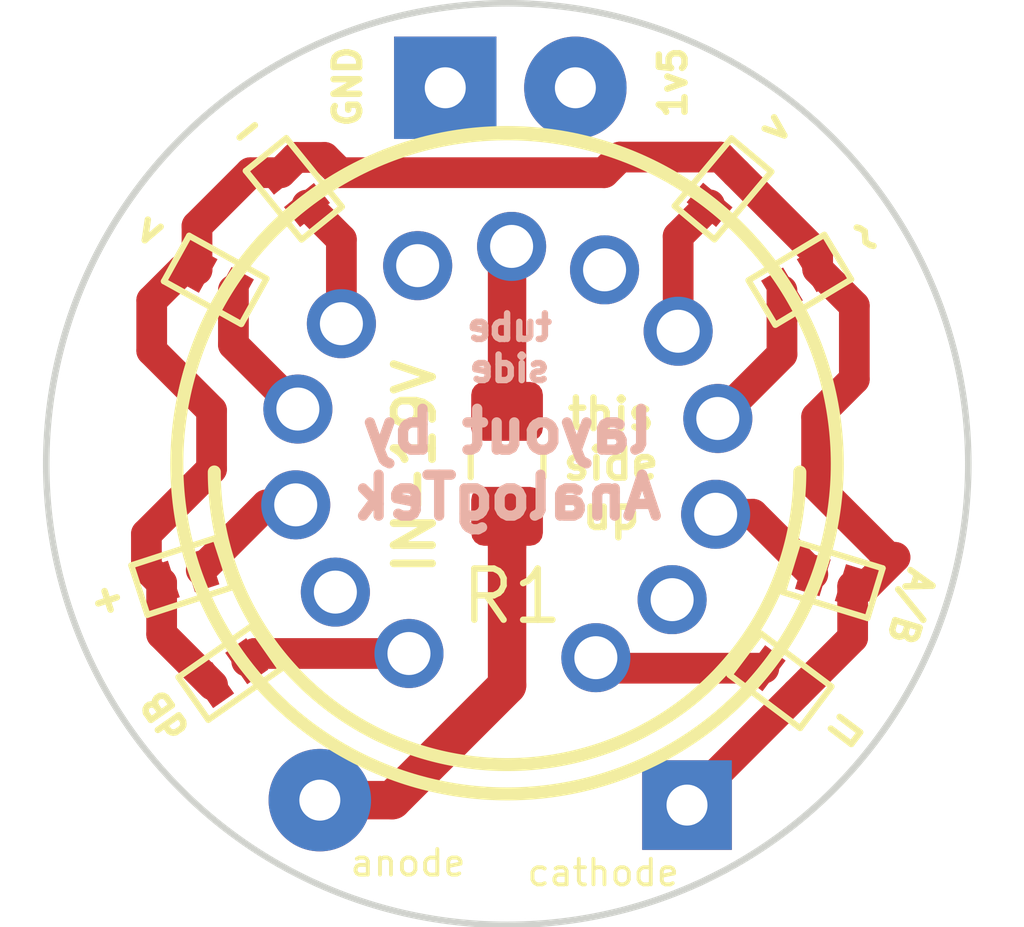
<source format=kicad_pcb>
(kicad_pcb (version 20171130) (host pcbnew "(5.1.5)-2")

  (general
    (thickness 1.6)
    (drawings 5)
    (tracks 57)
    (zones 0)
    (modules 16)
    (nets 14)
  )

  (page A4)
  (layers
    (0 F.Cu signal)
    (31 B.Cu signal)
    (32 B.Adhes user)
    (33 F.Adhes user)
    (34 B.Paste user)
    (35 F.Paste user)
    (36 B.SilkS user)
    (37 F.SilkS user)
    (38 B.Mask user)
    (39 F.Mask user)
    (40 Dwgs.User user)
    (41 Cmts.User user)
    (42 Eco1.User user)
    (43 Eco2.User user)
    (44 Edge.Cuts user)
    (45 Margin user)
    (46 B.CrtYd user)
    (47 F.CrtYd user)
    (48 B.Fab user)
    (49 F.Fab user hide)
  )

  (setup
    (last_trace_width 0.6)
    (user_trace_width 0.5)
    (user_trace_width 0.6)
    (user_trace_width 0.75)
    (trace_clearance 0.2)
    (zone_clearance 0.508)
    (zone_45_only no)
    (trace_min 0.2)
    (via_size 0.8)
    (via_drill 0.4)
    (via_min_size 0.4)
    (via_min_drill 0.3)
    (uvia_size 0.3)
    (uvia_drill 0.1)
    (uvias_allowed no)
    (uvia_min_size 0.2)
    (uvia_min_drill 0.1)
    (edge_width 0.05)
    (segment_width 0.2)
    (pcb_text_width 0.3)
    (pcb_text_size 1.5 1.5)
    (mod_edge_width 0.12)
    (mod_text_size 1 1)
    (mod_text_width 0.15)
    (pad_size 1.75 1.75)
    (pad_drill 0.8001)
    (pad_to_mask_clearance 0.051)
    (solder_mask_min_width 0.25)
    (aux_axis_origin 0 0)
    (grid_origin 99.71786 112.34166)
    (visible_elements 7FFFFFFF)
    (pcbplotparams
      (layerselection 0x010fc_ffffffff)
      (usegerberextensions false)
      (usegerberattributes false)
      (usegerberadvancedattributes false)
      (creategerberjobfile false)
      (excludeedgelayer true)
      (linewidth 0.100000)
      (plotframeref false)
      (viasonmask false)
      (mode 1)
      (useauxorigin false)
      (hpglpennumber 1)
      (hpglpenspeed 20)
      (hpglpendiameter 15.000000)
      (psnegative false)
      (psa4output false)
      (plotreference true)
      (plotvalue true)
      (plotinvisibletext false)
      (padsonsilk false)
      (subtractmaskfromsilk false)
      (outputformat 1)
      (mirror false)
      (drillshape 1)
      (scaleselection 1)
      (outputdirectory ""))
  )

  (net 0 "")
  (net 1 "Net-(J1-Pad1)")
  (net 2 "Net-(N1-Pad8)")
  (net 3 "Net-(N1-Pad14)")
  (net 4 "Net-(N1-Pad12)")
  (net 5 "Net-(N1-Pad11)")
  (net 6 "Net-(N1-Pad10)")
  (net 7 "Net-(N1-Pad6)")
  (net 8 "Net-(N1-Pad5)")
  (net 9 "Net-(N1-Pad4)")
  (net 10 "Net-(N1-Pad2)")
  (net 11 "Net-(J2-Pad1)")
  (net 12 "Net-(J3-Pad1)")
  (net 13 "Net-(J4-Pad1)")

  (net_class Default "This is the default net class."
    (clearance 0.2)
    (trace_width 0.25)
    (via_dia 0.8)
    (via_drill 0.4)
    (uvia_dia 0.3)
    (uvia_drill 0.1)
    (add_net "Net-(J1-Pad1)")
    (add_net "Net-(J2-Pad1)")
    (add_net "Net-(J3-Pad1)")
    (add_net "Net-(J4-Pad1)")
    (add_net "Net-(N1-Pad10)")
    (add_net "Net-(N1-Pad11)")
    (add_net "Net-(N1-Pad12)")
    (add_net "Net-(N1-Pad14)")
    (add_net "Net-(N1-Pad2)")
    (add_net "Net-(N1-Pad4)")
    (add_net "Net-(N1-Pad5)")
    (add_net "Net-(N1-Pad6)")
    (add_net "Net-(N1-Pad8)")
  )

  (module MountingHole:MountingHole_2.1mm (layer F.Cu) (tedit 5FB0728C) (tstamp 5FB0D799)
    (at 60.47232 110.49)
    (descr "Mounting Hole 2.1mm, no annular")
    (tags "mounting hole 2.1mm no annular")
    (attr virtual)
    (fp_text reference REF** (at -0.01016 -1.31064) (layer F.SilkS) hide
      (effects (font (size 0.25 0.25) (thickness 0.0625)))
    )
    (fp_text value MountingHole_2.1mm (at 0 3.2) (layer F.Fab)
      (effects (font (size 1 1) (thickness 0.15)))
    )
    (fp_text user %R (at 0.3 0) (layer F.Fab)
      (effects (font (size 1 1) (thickness 0.15)))
    )
    (fp_circle (center 0 0) (end 2.1 0) (layer Cmts.User) (width 0.15))
    (fp_circle (center 0 0) (end 2.35 0) (layer F.CrtYd) (width 0.05))
    (pad "" np_thru_hole circle (at 0 0) (size 1.5 1.5) (drill 1.5) (layers *.Cu *.Mask))
  )

  (module MountingHole:MountingHole_2.1mm (layer F.Cu) (tedit 5FB0728C) (tstamp 5FB0D799)
    (at 75.52182 110.49762)
    (descr "Mounting Hole 2.1mm, no annular")
    (tags "mounting hole 2.1mm no annular")
    (attr virtual)
    (fp_text reference REF** (at 0.00254 -1.35636) (layer F.SilkS) hide
      (effects (font (size 0.25 0.25) (thickness 0.0625)))
    )
    (fp_text value MountingHole_2.1mm (at 0 3.2) (layer F.Fab)
      (effects (font (size 1 1) (thickness 0.15)))
    )
    (fp_text user %R (at 0.3 0) (layer F.Fab)
      (effects (font (size 1 1) (thickness 0.15)))
    )
    (fp_circle (center 0 0) (end 2.1 0) (layer Cmts.User) (width 0.15))
    (fp_circle (center 0 0) (end 2.35 0) (layer F.CrtYd) (width 0.05))
    (pad "" np_thru_hole circle (at 0 0) (size 1.5 1.5) (drill 1.5) (layers *.Cu *.Mask))
  )

  (module "USB Micro numitronWatch:SolderJumper-2-NixieNecklace" (layer F.Cu) (tedit 5FB062B3) (tstamp 5FB08792)
    (at 73.530749 114.868672 323)
    (descr "SMD Solder Jumper, 1x1.5mm Pads, 0.3mm gap, open")
    (tags "solder jumper open")
    (attr virtual)
    (fp_text reference Π (at 1.344197 0.036976 233 unlocked) (layer F.SilkS)
      (effects (font (size 0.5 0.5) (thickness 0.125)))
    )
    (fp_text value "SolderJumper-2 nixieNecklace" (at -0.000001 1.9 143) (layer F.Fab)
      (effects (font (size 1 1) (thickness 0.15)))
    )
    (fp_line (start -1.2954 0.762) (end 0.8382 0.762) (layer F.CrtYd) (width 0.05))
    (fp_line (start 0.8382 -0.6858) (end 0.8382 0.762) (layer F.CrtYd) (width 0.05))
    (fp_line (start 0.635 0.5334) (end 0.635 -0.4826) (layer F.SilkS) (width 0.12))
    (fp_line (start 0.635 -0.4826) (end -1.0728 -0.4826) (layer F.SilkS) (width 0.12))
    (fp_line (start -1.0922 0.5334) (end -1.0922 -0.4826) (layer F.SilkS) (width 0.12))
    (fp_line (start 0.635 0.5334) (end -1.0668 0.5334) (layer F.SilkS) (width 0.12))
    (fp_line (start -1.2954 -0.6858) (end 0.8382 -0.6858) (layer F.CrtYd) (width 0.05))
    (fp_line (start -1.2954 -0.6858) (end -1.2954 0.762) (layer F.CrtYd) (width 0.05))
    (pad 2 smd rect (at 0.1778 0.0254 323) (size 0.5 0.75) (layers F.Cu F.Mask)
      (net 11 "Net-(J2-Pad1)"))
    (pad 1 smd rect (at -0.635 0.0254 323) (size 0.5 0.75) (layers F.Cu F.Mask)
      (net 10 "Net-(N1-Pad2)"))
  )

  (module "USB Micro numitronWatch:SolderJumper-2-NixieNecklace" (layer F.Cu) (tedit 5FB062B3) (tstamp 5FB04BFF)
    (at 74.57948 112.830686 343)
    (descr "SMD Solder Jumper, 1x1.5mm Pads, 0.3mm gap, open")
    (tags "solder jumper open")
    (attr virtual)
    (fp_text reference A/B (at 1.389419 0.070487 253 unlocked) (layer F.SilkS)
      (effects (font (size 0.5 0.5) (thickness 0.125)))
    )
    (fp_text value "SolderJumper-2 nixieNecklace" (at 0 1.9 163) (layer F.Fab)
      (effects (font (size 1 1) (thickness 0.15)))
    )
    (fp_line (start -1.2954 0.762) (end 0.8382 0.762) (layer F.CrtYd) (width 0.05))
    (fp_line (start 0.8382 -0.6858) (end 0.8382 0.762) (layer F.CrtYd) (width 0.05))
    (fp_line (start 0.635 0.5334) (end 0.635 -0.4826) (layer F.SilkS) (width 0.12))
    (fp_line (start 0.635 -0.4826) (end -1.0728 -0.4826) (layer F.SilkS) (width 0.12))
    (fp_line (start -1.0922 0.5334) (end -1.0922 -0.4826) (layer F.SilkS) (width 0.12))
    (fp_line (start 0.635 0.5334) (end -1.0668 0.5334) (layer F.SilkS) (width 0.12))
    (fp_line (start -1.2954 -0.6858) (end 0.8382 -0.6858) (layer F.CrtYd) (width 0.05))
    (fp_line (start -1.2954 -0.6858) (end -1.2954 0.762) (layer F.CrtYd) (width 0.05))
    (pad 2 smd rect (at 0.1778 0.0254 343) (size 0.5 0.75) (layers F.Cu F.Mask)
      (net 11 "Net-(J2-Pad1)"))
    (pad 1 smd rect (at -0.635 0.0254 343) (size 0.5 0.75) (layers F.Cu F.Mask)
      (net 9 "Net-(N1-Pad4)"))
  )

  (module "USB Micro numitronWatch:SolderJumper-2-NixieNecklace" (layer F.Cu) (tedit 5FB062B3) (tstamp 5FB0847B)
    (at 63.670894 104.982501 129)
    (descr "SMD Solder Jumper, 1x1.5mm Pads, 0.3mm gap, open")
    (tags "solder jumper open")
    (attr virtual)
    (fp_text reference - (at 1.250854 0.0254 219) (layer F.SilkS)
      (effects (font (size 0.5 0.5) (thickness 0.125)))
    )
    (fp_text value "SolderJumper-2 nixieNecklace" (at 0 1.9 129) (layer F.Fab)
      (effects (font (size 1 1) (thickness 0.15)))
    )
    (fp_line (start -1.2954 0.762) (end 0.8382 0.762) (layer F.CrtYd) (width 0.05))
    (fp_line (start 0.8382 -0.6858) (end 0.8382 0.762) (layer F.CrtYd) (width 0.05))
    (fp_line (start 0.635 0.5334) (end 0.635 -0.4826) (layer F.SilkS) (width 0.12))
    (fp_line (start 0.635 -0.4826) (end -1.0728 -0.4826) (layer F.SilkS) (width 0.12))
    (fp_line (start -1.0922 0.5334) (end -1.0922 -0.4826) (layer F.SilkS) (width 0.12))
    (fp_line (start 0.635 0.5334) (end -1.0668 0.5334) (layer F.SilkS) (width 0.12))
    (fp_line (start -1.2954 -0.6858) (end 0.8382 -0.6858) (layer F.CrtYd) (width 0.05))
    (fp_line (start -1.2954 -0.6858) (end -1.2954 0.762) (layer F.CrtYd) (width 0.05))
    (pad 2 smd rect (at 0.1778 0.0254 129) (size 0.5 0.75) (layers F.Cu F.Mask)
      (net 11 "Net-(J2-Pad1)"))
    (pad 1 smd rect (at -0.635 0.0254 129) (size 0.5 0.75) (layers F.Cu F.Mask)
      (net 6 "Net-(N1-Pad10)"))
  )

  (module "USB Micro numitronWatch:SolderJumper-2-NixieNecklace" (layer F.Cu) (tedit 5FB062B3) (tstamp 5FB05013)
    (at 73.89368 106.7816 31)
    (descr "SMD Solder Jumper, 1x1.5mm Pads, 0.3mm gap, open")
    (tags "solder jumper open")
    (attr virtual)
    (fp_text reference ~~~ (at 1.32582 -0.016181 121) (layer F.SilkS)
      (effects (font (size 1 1) (thickness 0.125)))
    )
    (fp_text value "SolderJumper-2 nixieNecklace" (at 0 1.9 31) (layer F.Fab)
      (effects (font (size 1 1) (thickness 0.15)))
    )
    (fp_line (start -1.2954 0.762) (end 0.8382 0.762) (layer F.CrtYd) (width 0.05))
    (fp_line (start 0.8382 -0.6858) (end 0.8382 0.762) (layer F.CrtYd) (width 0.05))
    (fp_line (start 0.635 0.5334) (end 0.635 -0.4826) (layer F.SilkS) (width 0.12))
    (fp_line (start 0.635 -0.4826) (end -1.0728 -0.4826) (layer F.SilkS) (width 0.12))
    (fp_line (start -1.0922 0.5334) (end -1.0922 -0.4826) (layer F.SilkS) (width 0.12))
    (fp_line (start 0.635 0.5334) (end -1.0668 0.5334) (layer F.SilkS) (width 0.12))
    (fp_line (start -1.2954 -0.6858) (end 0.8382 -0.6858) (layer F.CrtYd) (width 0.05))
    (fp_line (start -1.2954 -0.6858) (end -1.2954 0.762) (layer F.CrtYd) (width 0.05))
    (pad 2 smd rect (at 0.1778 0.0254 31) (size 0.5 0.75) (layers F.Cu F.Mask)
      (net 11 "Net-(J2-Pad1)"))
    (pad 1 smd rect (at -0.635 0.0254 31) (size 0.5 0.75) (layers F.Cu F.Mask)
      (net 8 "Net-(N1-Pad5)"))
  )

  (module "USB Micro numitronWatch:SolderJumper-2-NixieNecklace" (layer F.Cu) (tedit 5FB062B3) (tstamp 5FB08DD4)
    (at 72.338003 104.953483 50)
    (descr "SMD Solder Jumper, 1x1.5mm Pads, 0.3mm gap, open")
    (tags "solder jumper open")
    (attr virtual)
    (fp_text reference < (at 1.306994 0.081471 140 unlocked) (layer F.SilkS)
      (effects (font (size 0.5 0.5) (thickness 0.125)))
    )
    (fp_text value "SolderJumper-2 nixieNecklace" (at 0 1.9 50) (layer F.Fab)
      (effects (font (size 1 1) (thickness 0.15)))
    )
    (fp_line (start -1.2954 0.762) (end 0.8382 0.762) (layer F.CrtYd) (width 0.05))
    (fp_line (start 0.8382 -0.6858) (end 0.8382 0.762) (layer F.CrtYd) (width 0.05))
    (fp_line (start 0.635 0.5334) (end 0.635 -0.4826) (layer F.SilkS) (width 0.12))
    (fp_line (start 0.635 -0.4826) (end -1.0728 -0.4826) (layer F.SilkS) (width 0.12))
    (fp_line (start -1.0922 0.5334) (end -1.0922 -0.4826) (layer F.SilkS) (width 0.12))
    (fp_line (start 0.635 0.5334) (end -1.0668 0.5334) (layer F.SilkS) (width 0.12))
    (fp_line (start -1.2954 -0.6858) (end 0.8382 -0.6858) (layer F.CrtYd) (width 0.05))
    (fp_line (start -1.2954 -0.6858) (end -1.2954 0.762) (layer F.CrtYd) (width 0.05))
    (pad 2 smd rect (at 0.1778 0.0254 50) (size 0.5 0.75) (layers F.Cu F.Mask)
      (net 11 "Net-(J2-Pad1)"))
    (pad 1 smd rect (at -0.635 0.0254 50) (size 0.5 0.75) (layers F.Cu F.Mask)
      (net 7 "Net-(N1-Pad6)"))
  )

  (module "USB Micro numitronWatch:SolderJumper-2-NixieNecklace" (layer F.Cu) (tedit 5FB062B3) (tstamp 5FB0903A)
    (at 62.086173 106.834134 151)
    (descr "SMD Solder Jumper, 1x1.5mm Pads, 0.3mm gap, open")
    (tags "solder jumper open")
    (attr virtual)
    (fp_text reference > (at 1.314888 0.227065 241 unlocked) (layer F.SilkS)
      (effects (font (size 0.5 0.5) (thickness 0.125)))
    )
    (fp_text value "SolderJumper-2 nixieNecklace" (at 0 1.9 151) (layer F.Fab)
      (effects (font (size 1 1) (thickness 0.15)))
    )
    (fp_line (start -1.2954 0.762) (end 0.8382 0.762) (layer F.CrtYd) (width 0.05))
    (fp_line (start 0.8382 -0.6858) (end 0.8382 0.762) (layer F.CrtYd) (width 0.05))
    (fp_line (start 0.635 0.5334) (end 0.635 -0.4826) (layer F.SilkS) (width 0.12))
    (fp_line (start 0.635 -0.4826) (end -1.0728 -0.4826) (layer F.SilkS) (width 0.12))
    (fp_line (start -1.0922 0.5334) (end -1.0922 -0.4826) (layer F.SilkS) (width 0.12))
    (fp_line (start 0.635 0.5334) (end -1.0668 0.5334) (layer F.SilkS) (width 0.12))
    (fp_line (start -1.2954 -0.6858) (end 0.8382 -0.6858) (layer F.CrtYd) (width 0.05))
    (fp_line (start -1.2954 -0.6858) (end -1.2954 0.762) (layer F.CrtYd) (width 0.05))
    (pad 2 smd rect (at 0.1778 0.0254 151) (size 0.5 0.75) (layers F.Cu F.Mask)
      (net 11 "Net-(J2-Pad1)"))
    (pad 1 smd rect (at -0.635 0.0254 151) (size 0.5 0.75) (layers F.Cu F.Mask)
      (net 5 "Net-(N1-Pad11)"))
  )

  (module "USB Micro numitronWatch:SolderJumper-2-NixieNecklace" (layer F.Cu) (tedit 5FB062B3) (tstamp 5FB09054)
    (at 61.4299 112.80902 198)
    (descr "SMD Solder Jumper, 1x1.5mm Pads, 0.3mm gap, open")
    (tags "solder jumper open")
    (attr virtual)
    (fp_text reference + (at 1.253087 0.02601 288) (layer F.SilkS)
      (effects (font (size 0.5 0.5) (thickness 0.125)))
    )
    (fp_text value "SolderJumper-2 nixieNecklace" (at 0 1.9 18) (layer F.Fab)
      (effects (font (size 1 1) (thickness 0.15)))
    )
    (fp_line (start -1.2954 0.762) (end 0.8382 0.762) (layer F.CrtYd) (width 0.05))
    (fp_line (start 0.8382 -0.6858) (end 0.8382 0.762) (layer F.CrtYd) (width 0.05))
    (fp_line (start 0.635 0.5334) (end 0.635 -0.4826) (layer F.SilkS) (width 0.12))
    (fp_line (start 0.635 -0.4826) (end -1.0728 -0.4826) (layer F.SilkS) (width 0.12))
    (fp_line (start -1.0922 0.5334) (end -1.0922 -0.4826) (layer F.SilkS) (width 0.12))
    (fp_line (start 0.635 0.5334) (end -1.0668 0.5334) (layer F.SilkS) (width 0.12))
    (fp_line (start -1.2954 -0.6858) (end 0.8382 -0.6858) (layer F.CrtYd) (width 0.05))
    (fp_line (start -1.2954 -0.6858) (end -1.2954 0.762) (layer F.CrtYd) (width 0.05))
    (pad 2 smd rect (at 0.1778 0.0254 198) (size 0.5 0.75) (layers F.Cu F.Mask)
      (net 11 "Net-(J2-Pad1)"))
    (pad 1 smd rect (at -0.635 0.0254 198) (size 0.5 0.75) (layers F.Cu F.Mask)
      (net 4 "Net-(N1-Pad12)"))
  )

  (module "USB Micro numitronWatch:SolderJumper-2-NixieNecklace" (layer F.Cu) (tedit 5FB062B3) (tstamp 5FB0906E)
    (at 62.4078 114.75466 215)
    (descr "SMD Solder Jumper, 1x1.5mm Pads, 0.3mm gap, open")
    (tags "solder jumper open")
    (attr virtual)
    (fp_text reference dB (at 1.280639 0.063146 125 unlocked) (layer F.SilkS)
      (effects (font (size 0.5 0.5) (thickness 0.125)))
    )
    (fp_text value "SolderJumper-2 nixieNecklace" (at 0.000001 1.9 35) (layer F.Fab)
      (effects (font (size 1 1) (thickness 0.15)))
    )
    (fp_line (start -1.2954 0.762) (end 0.8382 0.762) (layer F.CrtYd) (width 0.05))
    (fp_line (start 0.8382 -0.6858) (end 0.8382 0.762) (layer F.CrtYd) (width 0.05))
    (fp_line (start 0.635 0.5334) (end 0.635 -0.4826) (layer F.SilkS) (width 0.12))
    (fp_line (start 0.635 -0.4826) (end -1.0728 -0.4826) (layer F.SilkS) (width 0.12))
    (fp_line (start -1.0922 0.5334) (end -1.0922 -0.4826) (layer F.SilkS) (width 0.12))
    (fp_line (start 0.635 0.5334) (end -1.0668 0.5334) (layer F.SilkS) (width 0.12))
    (fp_line (start -1.2954 -0.6858) (end 0.8382 -0.6858) (layer F.CrtYd) (width 0.05))
    (fp_line (start -1.2954 -0.6858) (end -1.2954 0.762) (layer F.CrtYd) (width 0.05))
    (pad 2 smd rect (at 0.1778 0.0254 215) (size 0.5 0.75) (layers F.Cu F.Mask)
      (net 11 "Net-(J2-Pad1)"))
    (pad 1 smd rect (at -0.635 0.0254 215) (size 0.5 0.75) (layers F.Cu F.Mask)
      (net 3 "Net-(N1-Pad14)"))
  )

  (module Connector_Wire:SolderWirePad_1x01_Drill0.8mm (layer F.Cu) (tedit 5FB02632) (tstamp 5FAFBE4C)
    (at 71.50862 117.18036)
    (descr "Wire solder connection")
    (tags connector)
    (path /5FAF8C0E)
    (attr virtual)
    (fp_text reference cathode (at -1.63576 1.3208 180) (layer F.SilkS)
      (effects (font (size 0.5 0.5) (thickness 0.075)))
    )
    (fp_text value cathode (at 0 2.54) (layer F.Fab)
      (effects (font (size 1 1) (thickness 0.15)))
    )
    (fp_line (start 1.5 1.5) (end -1.5 1.5) (layer F.CrtYd) (width 0.05))
    (fp_line (start 1.5 1.5) (end 1.5 -1.5) (layer F.CrtYd) (width 0.05))
    (fp_line (start -1.5 -1.5) (end -1.5 1.5) (layer F.CrtYd) (width 0.05))
    (fp_line (start -1.5 -1.5) (end 1.5 -1.5) (layer F.CrtYd) (width 0.05))
    (fp_text user %R (at 0 0) (layer F.Fab)
      (effects (font (size 1 1) (thickness 0.15)))
    )
    (pad 1 thru_hole rect (at 0 0) (size 1.75 1.75) (drill 0.8001) (layers *.Cu *.Mask)
      (net 11 "Net-(J2-Pad1)"))
  )

  (module Connector_Wire:SolderWirePad_1x01_Drill0.8mm (layer F.Cu) (tedit 5FB01FF2) (tstamp 5FAFB9B4)
    (at 66.7893 103.16972)
    (descr "Wire solder connection")
    (tags connector)
    (path /5FAF8467)
    (attr virtual)
    (fp_text reference GND (at -1.905 -0.0254 90) (layer F.SilkS)
      (effects (font (size 0.5 0.5) (thickness 0.125)))
    )
    (fp_text value GND (at 0 2.54) (layer F.Fab)
      (effects (font (size 1 1) (thickness 0.15)))
    )
    (fp_line (start 1.5 1.5) (end -1.5 1.5) (layer F.CrtYd) (width 0.05))
    (fp_line (start 1.5 1.5) (end 1.5 -1.5) (layer F.CrtYd) (width 0.05))
    (fp_line (start -1.5 -1.5) (end -1.5 1.5) (layer F.CrtYd) (width 0.05))
    (fp_line (start -1.5 -1.5) (end 1.5 -1.5) (layer F.CrtYd) (width 0.05))
    (fp_text user %R (at 0 0) (layer F.Fab)
      (effects (font (size 1 1) (thickness 0.15)))
    )
    (pad 1 thru_hole rect (at 0 0) (size 1.99898 1.99898) (drill 0.8001) (layers *.Cu *.Mask)
      (net 13 "Net-(J4-Pad1)"))
  )

  (module Connector_Wire:SolderWirePad_1x01_Drill0.8mm (layer F.Cu) (tedit 5FB01FF7) (tstamp 5FAFB9AA)
    (at 69.3293 103.16972)
    (descr "Wire solder connection")
    (tags connector)
    (path /5FAF86E0)
    (attr virtual)
    (fp_text reference 1v5 (at 1.905 -0.1016 90) (layer F.SilkS)
      (effects (font (size 0.5 0.5) (thickness 0.125)))
    )
    (fp_text value 1v5 (at 0 2.54) (layer F.Fab)
      (effects (font (size 1 1) (thickness 0.15)))
    )
    (fp_line (start 1.5 1.5) (end -1.5 1.5) (layer F.CrtYd) (width 0.05))
    (fp_line (start 1.5 1.5) (end 1.5 -1.5) (layer F.CrtYd) (width 0.05))
    (fp_line (start -1.5 -1.5) (end -1.5 1.5) (layer F.CrtYd) (width 0.05))
    (fp_line (start -1.5 -1.5) (end 1.5 -1.5) (layer F.CrtYd) (width 0.05))
    (fp_text user %R (at 0 0) (layer F.Fab)
      (effects (font (size 1 1) (thickness 0.15)))
    )
    (pad 1 thru_hole circle (at 0 0) (size 1.99898 1.99898) (drill 0.8001) (layers *.Cu *.Mask)
      (net 12 "Net-(J3-Pad1)"))
  )

  (module nixies-us:IN-19 (layer F.Cu) (tedit 0) (tstamp 5FB08453)
    (at 67.9958 110.5154)
    (path /5FAF5585)
    (fp_text reference N1 (at 2.0828 0.4826 90) (layer F.SilkS) hide
      (effects (font (size 0.5 0.5) (thickness 0.1016)) (justify left bottom))
    )
    (fp_text value IN-19V (at -1.8034 0.0508 90) (layer F.SilkS)
      (effects (font (size 0.75 0.75) (thickness 0.15)))
    )
    (fp_circle (center 0 0) (end 6.4465 0) (layer F.SilkS) (width 0.254))
    (fp_circle (center -0.0058 -0.0428) (end 6.4699 -0.0428) (layer F.SilkS) (width 0.16))
    (fp_arc (start 0 0.158799) (end -5.715 0.1588) (angle -180) (layer F.SilkS) (width 0.254))
    (fp_arc (start 0 0.158799) (end -5.715 0.1588) (angle -180) (layer F.SilkS) (width 0.16))
    (pad 14 thru_hole circle (at -1.915 3.7041 333) (size 1.348 1.348) (drill 0.84) (layers *.Cu *.Mask)
      (net 3 "Net-(N1-Pad14)") (solder_mask_margin 0.1016))
    (pad 13 thru_hole circle (at -3.3517 2.5047 333) (size 1.348 1.348) (drill 0.84) (layers *.Cu *.Mask)
      (solder_mask_margin 0.1016))
    (pad 12 thru_hole circle (at -4.1256 0.8007 333) (size 1.348 1.348) (drill 0.84) (layers *.Cu *.Mask)
      (net 4 "Net-(N1-Pad12)") (solder_mask_margin 0.1016))
    (pad 11 thru_hole circle (at -4.0837 -1.0703 333) (size 1.348 1.348) (drill 0.84) (layers *.Cu *.Mask)
      (net 5 "Net-(N1-Pad11)") (solder_mask_margin 0.1016))
    (pad 10 thru_hole circle (at -3.234 -2.7379 333) (size 1.348 1.348) (drill 0.84) (layers *.Cu *.Mask)
      (net 6 "Net-(N1-Pad10)") (solder_mask_margin 0.1016))
    (pad 9 thru_hole circle (at -1.745 -3.8716 333) (size 1.348 1.348) (drill 0.84) (layers *.Cu *.Mask)
      (solder_mask_margin 0.1016))
    (pad 8 thru_hole circle (at 0.0886 -4.2471 333) (size 1.348 1.348) (drill 0.84) (layers *.Cu *.Mask)
      (net 2 "Net-(N1-Pad8)") (solder_mask_margin 0.1016))
    (pad 7 thru_hole circle (at 1.9034 -3.7897 333) (size 1.348 1.348) (drill 0.84) (layers *.Cu *.Mask)
      (solder_mask_margin 0.1016))
    (pad 6 thru_hole circle (at 3.34 -2.5904 333) (size 1.348 1.348) (drill 0.84) (layers *.Cu *.Mask)
      (net 7 "Net-(N1-Pad6)") (solder_mask_margin 0.1016))
    (pad 5 thru_hole circle (at 4.114 -0.8863 333) (size 1.348 1.348) (drill 0.84) (layers *.Cu *.Mask)
      (net 8 "Net-(N1-Pad5)") (solder_mask_margin 0.1016))
    (pad 4 thru_hole circle (at 4.0721 0.9847 333) (size 1.348 1.348) (drill 0.84) (layers *.Cu *.Mask)
      (net 9 "Net-(N1-Pad4)") (solder_mask_margin 0.1016))
    (pad 3 thru_hole circle (at 3.2224 2.6523 333) (size 1.348 1.348) (drill 0.84) (layers *.Cu *.Mask)
      (solder_mask_margin 0.1016))
    (pad 2 thru_hole circle (at 1.7333 3.786 333) (size 1.348 1.348) (drill 0.84) (layers *.Cu *.Mask)
      (net 10 "Net-(N1-Pad2)") (solder_mask_margin 0.1016))
  )

  (module Resistor_SMD:R_0805_2012Metric_Pad1.15x1.40mm_HandSolder (layer F.Cu) (tedit 5B36C52B) (tstamp 5FAFB4E3)
    (at 67.9958 110.5154 90)
    (descr "Resistor SMD 0805 (2012 Metric), square (rectangular) end terminal, IPC_7351 nominal with elongated pad for handsoldering. (Body size source: https://docs.google.com/spreadsheets/d/1BsfQQcO9C6DZCsRaXUlFlo91Tg2WpOkGARC1WS5S8t0/edit?usp=sharing), generated with kicad-footprint-generator")
    (tags "resistor handsolder")
    (path /5FAF5A89)
    (attr smd)
    (fp_text reference R1 (at -2.58826 0.09906) (layer F.SilkS)
      (effects (font (size 1 1) (thickness 0.125)))
    )
    (fp_text value R (at 0 1.65 90) (layer F.Fab)
      (effects (font (size 1 1) (thickness 0.15)))
    )
    (fp_text user %R (at 0 0 90) (layer F.Fab)
      (effects (font (size 0.5 0.5) (thickness 0.08)))
    )
    (fp_line (start 1.85 0.95) (end -1.85 0.95) (layer F.CrtYd) (width 0.05))
    (fp_line (start 1.85 -0.95) (end 1.85 0.95) (layer F.CrtYd) (width 0.05))
    (fp_line (start -1.85 -0.95) (end 1.85 -0.95) (layer F.CrtYd) (width 0.05))
    (fp_line (start -1.85 0.95) (end -1.85 -0.95) (layer F.CrtYd) (width 0.05))
    (fp_line (start -0.261252 0.71) (end 0.261252 0.71) (layer F.SilkS) (width 0.12))
    (fp_line (start -0.261252 -0.71) (end 0.261252 -0.71) (layer F.SilkS) (width 0.12))
    (fp_line (start 1 0.6) (end -1 0.6) (layer F.Fab) (width 0.1))
    (fp_line (start 1 -0.6) (end 1 0.6) (layer F.Fab) (width 0.1))
    (fp_line (start -1 -0.6) (end 1 -0.6) (layer F.Fab) (width 0.1))
    (fp_line (start -1 0.6) (end -1 -0.6) (layer F.Fab) (width 0.1))
    (pad 2 smd roundrect (at 1.025 0 90) (size 1.15 1.4) (layers F.Cu F.Paste F.Mask) (roundrect_rratio 0.217391)
      (net 2 "Net-(N1-Pad8)"))
    (pad 1 smd roundrect (at -1.025 0 90) (size 1.15 1.4) (layers F.Cu F.Paste F.Mask) (roundrect_rratio 0.217391)
      (net 1 "Net-(J1-Pad1)"))
    (model ${KISYS3DMOD}/Resistor_SMD.3dshapes/R_0805_2012Metric.wrl
      (at (xyz 0 0 0))
      (scale (xyz 1 1 1))
      (rotate (xyz 0 0 0))
    )
  )

  (module Connector_Wire:SolderWirePad_1x01_Drill0.8mm (layer F.Cu) (tedit 5FB025FF) (tstamp 5FB09EF3)
    (at 64.34074 117.08384)
    (descr "Wire solder connection")
    (tags connector)
    (path /5FAF631B)
    (attr virtual)
    (fp_text reference anode (at 1.72212 1.22682 180) (layer F.SilkS)
      (effects (font (size 0.5 0.5) (thickness 0.075)))
    )
    (fp_text value anode (at 0 2.54) (layer F.Fab)
      (effects (font (size 1 1) (thickness 0.15)))
    )
    (fp_line (start 1.5 1.5) (end -1.5 1.5) (layer F.CrtYd) (width 0.05))
    (fp_line (start 1.5 1.5) (end 1.5 -1.5) (layer F.CrtYd) (width 0.05))
    (fp_line (start -1.5 -1.5) (end -1.5 1.5) (layer F.CrtYd) (width 0.05))
    (fp_line (start -1.5 -1.5) (end 1.5 -1.5) (layer F.CrtYd) (width 0.05))
    (fp_text user %R (at 0 0) (layer F.Fab)
      (effects (font (size 1 1) (thickness 0.15)))
    )
    (pad 1 thru_hole circle (at 0 0) (size 2 2) (drill 0.8001) (layers *.Cu *.Mask)
      (net 1 "Net-(J1-Pad1)"))
  )

  (gr_text "this\nside\nup" (at 70.02526 110.51286) (layer F.SilkS)
    (effects (font (size 0.6 0.6) (thickness 0.125)))
  )
  (gr_text "tube\nside" (at 68.04406 108.25226) (layer B.SilkS)
    (effects (font (size 0.5 0.5) (thickness 0.125)) (justify mirror))
  )
  (gr_text "layout by\nAnalogTek" (at 68.00342 110.52302) (layer B.SilkS)
    (effects (font (size 0.8 0.8) (thickness 0.2)) (justify mirror))
  )
  (gr_circle (center 68.00342 110.52302) (end 77.00342 110.52302) (layer Edge.Cuts) (width 0.12) (tstamp 5FB086A0))
  (gr_circle (center 67.9958 110.5154) (end 76.9958 110.5154) (layer Edge.Cuts) (width 0.12) (tstamp 5FAFBDCF))

  (segment (start 67.9958 112.1154) (end 67.9958 111.5404) (width 0.75) (layer F.Cu) (net 1))
  (segment (start 65.754953 117.08384) (end 67.9958 114.842993) (width 0.75) (layer F.Cu) (net 1))
  (segment (start 67.9958 114.842993) (end 67.9958 112.1154) (width 0.75) (layer F.Cu) (net 1))
  (segment (start 64.34074 117.08384) (end 65.754953 117.08384) (width 0.75) (layer F.Cu) (net 1))
  (segment (start 67.9958 106.3569) (end 68.0844 106.2683) (width 0.75) (layer F.Cu) (net 2))
  (segment (start 67.9958 109.4904) (end 67.9958 106.3569) (width 0.75) (layer F.Cu) (net 2))
  (segment (start 63.063526 114.2195) (end 62.913393 114.369633) (width 0.6) (layer F.Cu) (net 3))
  (segment (start 66.0808 114.2195) (end 63.063526 114.2195) (width 0.6) (layer F.Cu) (net 3))
  (segment (start 63.298509 111.3161) (end 62.025972 112.588637) (width 0.6) (layer F.Cu) (net 4))
  (segment (start 63.8702 111.3161) (end 63.298509 111.3161) (width 0.6) (layer F.Cu) (net 4))
  (segment (start 62.653871 108.186871) (end 62.653871 107.119773) (width 0.6) (layer F.Cu) (net 5))
  (segment (start 63.9121 109.4451) (end 62.653871 108.186871) (width 0.6) (layer F.Cu) (net 5))
  (segment (start 64.7618 106.131552) (end 64.090252 105.460004) (width 0.6) (layer F.Cu) (net 6))
  (segment (start 64.7618 107.7775) (end 64.7618 106.131552) (width 0.6) (layer F.Cu) (net 6))
  (segment (start 71.3358 106.069738) (end 71.94929 105.456248) (width 0.6) (layer F.Cu) (net 7))
  (segment (start 71.3358 107.925) (end 71.3358 106.069738) (width 0.6) (layer F.Cu) (net 7))
  (segment (start 73.362461 108.376439) (end 73.362461 107.130421) (width 0.6) (layer F.Cu) (net 8))
  (segment (start 72.1098 109.6291) (end 73.362461 108.376439) (width 0.6) (layer F.Cu) (net 8))
  (segment (start 72.79558 111.5001) (end 73.9648 112.66932) (width 0.6) (layer F.Cu) (net 9))
  (segment (start 72.0679 111.5001) (end 72.79558 111.5001) (width 0.6) (layer F.Cu) (net 9))
  (segment (start 69.934505 114.506805) (end 73.008329 114.506805) (width 0.6) (layer F.Cu) (net 10))
  (segment (start 69.7291 114.3014) (end 69.934505 114.506805) (width 0.6) (layer F.Cu) (net 10))
  (segment (start 71.50862 117.1448) (end 73.65746 114.99596) (width 0.6) (layer F.Cu) (net 11))
  (segment (start 71.50862 117.18036) (end 71.50862 117.1448) (width 0.6) (layer F.Cu) (net 11))
  (segment (start 74.742085 113.911335) (end 74.742085 112.90696) (width 0.6) (layer F.Cu) (net 11))
  (segment (start 73.65746 114.99596) (end 74.742085 113.911335) (width 0.6) (layer F.Cu) (net 11))
  (segment (start 74.059166 106.421025) (end 72.471748 104.833607) (width 0.6) (layer F.Cu) (net 11))
  (segment (start 74.059166 106.711798) (end 74.059166 106.421025) (width 0.6) (layer F.Cu) (net 11))
  (segment (start 63.845365 104.561715) (end 63.57874 104.82834) (width 0.6) (layer F.Cu) (net 11))
  (segment (start 64.431464 104.529712) (end 63.877368 104.529712) (width 0.6) (layer F.Cu) (net 11))
  (segment (start 63.877368 104.529712) (end 63.845365 104.561715) (width 0.6) (layer F.Cu) (net 11))
  (segment (start 64.730092 104.82834) (end 64.431464 104.529712) (width 0.6) (layer F.Cu) (net 11))
  (segment (start 69.889928 104.82834) (end 64.730092 104.82834) (width 0.6) (layer F.Cu) (net 11))
  (segment (start 70.194586 104.523682) (end 69.889928 104.82834) (width 0.6) (layer F.Cu) (net 11))
  (segment (start 72.161823 104.523682) (end 70.194586 104.523682) (width 0.6) (layer F.Cu) (net 11))
  (segment (start 72.471748 104.833607) (end 72.161823 104.523682) (width 0.6) (layer F.Cu) (net 11))
  (segment (start 63.57874 104.82834) (end 62.98438 104.82834) (width 0.6) (layer F.Cu) (net 11))
  (segment (start 61.94298 105.86974) (end 61.94298 106.72572) (width 0.6) (layer F.Cu) (net 11))
  (segment (start 62.98438 104.82834) (end 61.94298 105.86974) (width 0.6) (layer F.Cu) (net 11))
  (segment (start 61.252953 113.841202) (end 61.252953 112.839806) (width 0.6) (layer F.Cu) (net 11))
  (segment (start 62.247586 114.835835) (end 61.252953 113.841202) (width 0.6) (layer F.Cu) (net 11))
  (segment (start 60.955352 112.542205) (end 61.252953 112.839806) (width 0.6) (layer F.Cu) (net 11))
  (segment (start 60.955352 111.886568) (end 60.955352 112.542205) (width 0.6) (layer F.Cu) (net 11))
  (segment (start 62.22746 110.61446) (end 60.955352 111.886568) (width 0.6) (layer F.Cu) (net 11))
  (segment (start 61.05906 107.323802) (end 61.05906 108.30306) (width 0.6) (layer F.Cu) (net 11))
  (segment (start 62.22746 109.47146) (end 62.22746 110.61446) (width 0.6) (layer F.Cu) (net 11))
  (segment (start 61.657142 106.72572) (end 61.05906 107.323802) (width 0.6) (layer F.Cu) (net 11))
  (segment (start 61.94298 106.72572) (end 61.657142 106.72572) (width 0.6) (layer F.Cu) (net 11))
  (segment (start 61.05906 108.30306) (end 62.22746 109.47146) (width 0.6) (layer F.Cu) (net 11))
  (segment (start 75.003508 112.90696) (end 75.568808 112.34166) (width 0.6) (layer F.Cu) (net 11))
  (segment (start 74.742085 112.90696) (end 75.003508 112.90696) (width 0.6) (layer F.Cu) (net 11))
  (segment (start 75.568808 112.34166) (end 75.43546 112.34166) (width 0.6) (layer F.Cu) (net 11))
  (segment (start 75.43546 112.34166) (end 74.03846 110.94466) (width 0.6) (layer F.Cu) (net 11))
  (segment (start 74.03846 110.94466) (end 74.03846 109.59846) (width 0.6) (layer F.Cu) (net 11))
  (segment (start 74.03846 109.59846) (end 74.77506 108.86186) (width 0.6) (layer F.Cu) (net 11))
  (segment (start 74.77506 107.427692) (end 74.059166 106.711798) (width 0.6) (layer F.Cu) (net 11))
  (segment (start 74.77506 108.86186) (end 74.77506 107.427692) (width 0.6) (layer F.Cu) (net 11))

)

</source>
